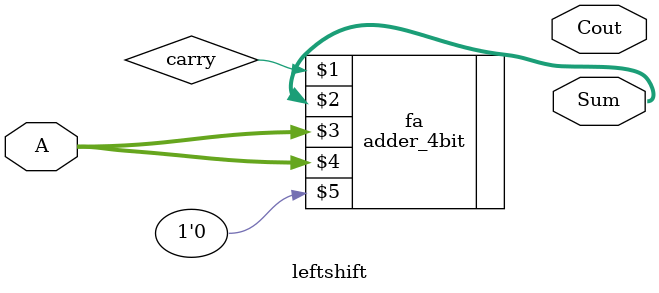
<source format=v>
module leftshift(Cout, Sum, A);
  
output [3:0]Sum;

output Cout;

input [3:0]A;

wire carry;

adder_4bit fa(carry,Sum,A,A,1'b0);

endmodule

</source>
